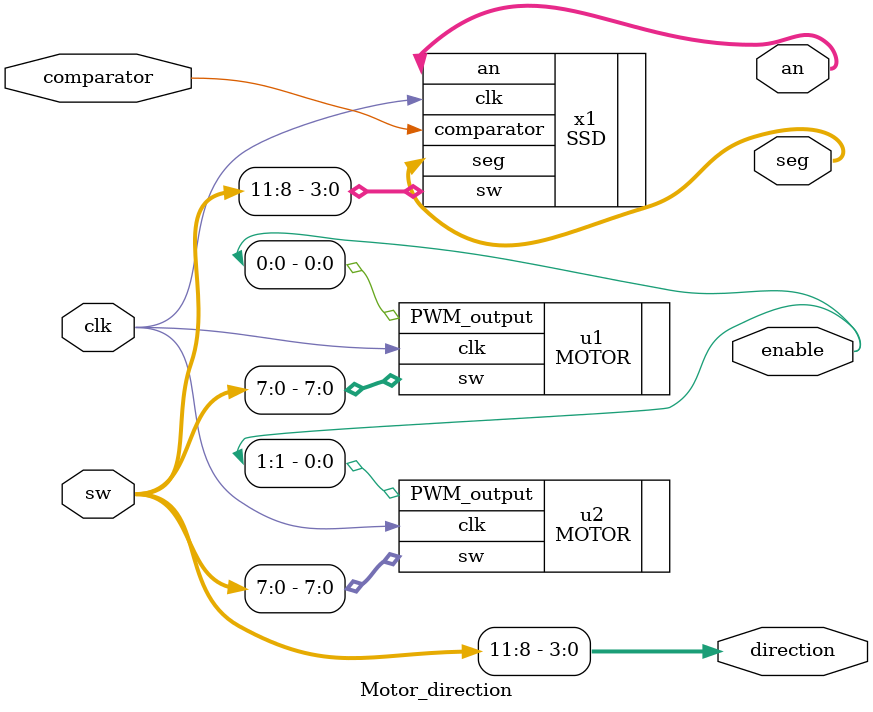
<source format=v>
`timescale 1ns / 1ps


module Motor_direction(
   input clk,
   input [11:0]sw,
   input comparator,
   output [3:0] direction, 
   output [1:0]enable,
   output [3:0] an,
   output [6:0] seg
    );
    
    
    assign direction = sw[11:8];
    MOTOR u1(
        .clk(clk),
        .sw(sw[7:0]),
        .PWM_output(enable[0]));

    MOTOR u2(
        .clk(clk),
        .sw(sw[7:0]),
        .PWM_output(enable[1]));
   
    SSD x1(
        .clk(clk),
        .comparator(comparator),
        .sw(sw[11:8]),
        .an(an),
        .seg(seg));
                    
//    always @(*)
//    case(sw)
//    4'b0001: direction = 2'b01;
//    4'b0010: direction = 2'b10;
//    default: direction = 2'b01;
//    endcase
    
    
endmodule
</source>
